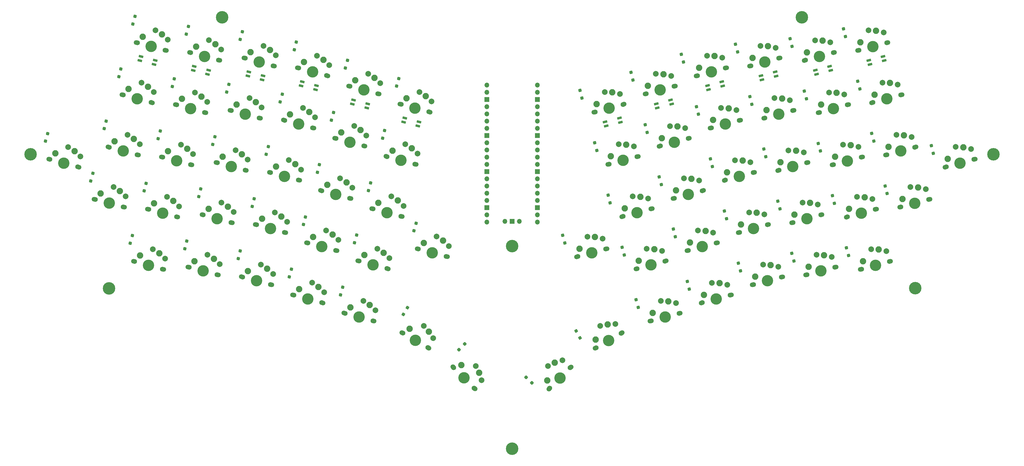
<source format=gbs>
G04 #@! TF.GenerationSoftware,KiCad,Pcbnew,8.0.2*
G04 #@! TF.CreationDate,2024-05-24T22:26:47+01:00*
G04 #@! TF.ProjectId,Phoenixia3,50686f65-6e69-4786-9961-332e6b696361,1*
G04 #@! TF.SameCoordinates,Original*
G04 #@! TF.FileFunction,Soldermask,Bot*
G04 #@! TF.FilePolarity,Negative*
%FSLAX46Y46*%
G04 Gerber Fmt 4.6, Leading zero omitted, Abs format (unit mm)*
G04 Created by KiCad (PCBNEW 8.0.2) date 2024-05-24 22:26:47*
%MOMM*%
%LPD*%
G01*
G04 APERTURE LIST*
G04 Aperture macros list*
%AMRoundRect*
0 Rectangle with rounded corners*
0 $1 Rounding radius*
0 $2 $3 $4 $5 $6 $7 $8 $9 X,Y pos of 4 corners*
0 Add a 4 corners polygon primitive as box body*
4,1,4,$2,$3,$4,$5,$6,$7,$8,$9,$2,$3,0*
0 Add four circle primitives for the rounded corners*
1,1,$1+$1,$2,$3*
1,1,$1+$1,$4,$5*
1,1,$1+$1,$6,$7*
1,1,$1+$1,$8,$9*
0 Add four rect primitives between the rounded corners*
20,1,$1+$1,$2,$3,$4,$5,0*
20,1,$1+$1,$4,$5,$6,$7,0*
20,1,$1+$1,$6,$7,$8,$9,0*
20,1,$1+$1,$8,$9,$2,$3,0*%
%AMHorizOval*
0 Thick line with rounded ends*
0 $1 width*
0 $2 $3 position (X,Y) of the first rounded end (center of the circle)*
0 $4 $5 position (X,Y) of the second rounded end (center of the circle)*
0 Add line between two ends*
20,1,$1,$2,$3,$4,$5,0*
0 Add two circle primitives to create the rounded ends*
1,1,$1,$2,$3*
1,1,$1,$4,$5*%
G04 Aperture macros list end*
%ADD10C,1.700000*%
%ADD11C,1.750000*%
%ADD12C,4.000000*%
%ADD13C,2.250000*%
%ADD14C,2.000000*%
%ADD15HorizOval,2.250000X0.000000X0.000000X0.000000X0.000000X0*%
%ADD16HorizOval,2.250000X0.000000X0.000000X0.000000X0.000000X0*%
%ADD17RoundRect,0.082000X0.608642X-0.502656X0.778427X0.130992X-0.608642X0.502656X-0.778427X-0.130992X0*%
%ADD18RoundRect,0.082000X0.778427X-0.130992X0.608642X0.502656X-0.778427X0.130992X-0.608642X-0.502656X0*%
%ADD19C,4.400000*%
%ADD20HorizOval,2.250000X0.000000X0.000000X0.000000X0.000000X0*%
%ADD21HorizOval,2.250000X0.000000X0.000000X0.000000X0.000000X0*%
%ADD22O,1.700000X1.700000*%
%ADD23R,1.700000X1.700000*%
%ADD24HorizOval,2.250000X0.000000X0.000000X0.000000X0.000000X0*%
%ADD25HorizOval,2.250000X0.000000X0.000000X0.000000X0.000000X0*%
%ADD26RoundRect,0.250000X-0.212132X0.367423X-0.367423X-0.212132X0.212132X-0.367423X0.367423X0.212132X0*%
%ADD27RoundRect,0.250000X-0.367423X0.212132X-0.212132X-0.367423X0.367423X-0.212132X0.212132X0.367423X0*%
%ADD28RoundRect,0.250000X-0.409808X0.109808X-0.109808X-0.409808X0.409808X-0.109808X0.109808X0.409808X0*%
%ADD29RoundRect,0.250000X-0.424264X0.000000X0.000000X-0.424264X0.424264X0.000000X0.000000X0.424264X0*%
%ADD30RoundRect,0.250000X-0.109808X0.409808X-0.409808X-0.109808X0.109808X-0.409808X0.409808X0.109808X0*%
%ADD31RoundRect,0.250000X0.000000X0.424264X-0.424264X0.000000X0.000000X-0.424264X0.424264X0.000000X0*%
G04 APERTURE END LIST*
D10*
X230100273Y-167114780D03*
D11*
X230505964Y-167006076D03*
D12*
X235412863Y-165691276D03*
D11*
X240319770Y-164376474D03*
D10*
X240725451Y-164267772D03*
D13*
X236551516Y-160126972D03*
D14*
X239258980Y-160726665D03*
D15*
X231075288Y-164223926D03*
D14*
X233885834Y-159992314D03*
D10*
X79112799Y-150283346D03*
D11*
X79518489Y-150392051D03*
D12*
X84425389Y-151706850D03*
D11*
X89332296Y-153021652D03*
D10*
X89737976Y-153130355D03*
D13*
X88193643Y-147457348D03*
D14*
X90238530Y-149330429D03*
D16*
X81402613Y-148267298D03*
D14*
X85952424Y-146007889D03*
D10*
X324965938Y-153132306D03*
D11*
X325371629Y-153023602D03*
D12*
X330278528Y-151708802D03*
D11*
X335185435Y-150394000D03*
D10*
X335591116Y-150285298D03*
D13*
X331417181Y-146144498D03*
D14*
X334124645Y-146744191D03*
D15*
X325940953Y-150241452D03*
D14*
X328751499Y-146009840D03*
D10*
X241109786Y-134566556D03*
D11*
X241515477Y-134457852D03*
D12*
X246422376Y-133143052D03*
D11*
X251329283Y-131828250D03*
D10*
X251734964Y-131719548D03*
D13*
X247561029Y-127578748D03*
D14*
X250268493Y-128178441D03*
D15*
X242084801Y-131675702D03*
D14*
X244895347Y-127444090D03*
D10*
X315104927Y-116330536D03*
D11*
X315510618Y-116221832D03*
D12*
X320417517Y-114907032D03*
D11*
X325324424Y-113592230D03*
D10*
X325730105Y-113483528D03*
D13*
X321556170Y-109342728D03*
D14*
X324263634Y-109942421D03*
D15*
X316079942Y-113439682D03*
D14*
X318890488Y-109208070D03*
D10*
X310706671Y-173519549D03*
D11*
X311112362Y-173410845D03*
D12*
X316019261Y-172096045D03*
D11*
X320926168Y-170781243D03*
D10*
X321331849Y-170672541D03*
D13*
X317157914Y-166531741D03*
D14*
X319865378Y-167131434D03*
D15*
X311681686Y-170628695D03*
D14*
X314492232Y-166397083D03*
D10*
X84043304Y-131882451D03*
D11*
X84448994Y-131991156D03*
D12*
X89355894Y-133305955D03*
D11*
X94262801Y-134620757D03*
D10*
X94668481Y-134729460D03*
D13*
X93124148Y-129056453D03*
D14*
X95169035Y-130929534D03*
D16*
X86333118Y-129866403D03*
D14*
X90882929Y-127606994D03*
D10*
X70184360Y-110001208D03*
D11*
X70590049Y-110109913D03*
D12*
X75496950Y-111424712D03*
D11*
X80403857Y-112739514D03*
D10*
X80809540Y-112848217D03*
D13*
X79265204Y-107175210D03*
D14*
X81310090Y-109048291D03*
D16*
X72474174Y-107985162D03*
D14*
X77023985Y-105725751D03*
D10*
X103251913Y-133847570D03*
D11*
X103657603Y-133956275D03*
D12*
X108564503Y-135271074D03*
D11*
X113471410Y-136585876D03*
D10*
X113877090Y-136694579D03*
D13*
X112332757Y-131021572D03*
D14*
X114377644Y-132894653D03*
D16*
X105541727Y-131831522D03*
D14*
X110091538Y-129572113D03*
D10*
X75124283Y-91589693D03*
D11*
X75529972Y-91698398D03*
D12*
X80436873Y-93013197D03*
D11*
X85343780Y-94327999D03*
D10*
X85749463Y-94436702D03*
D13*
X84205127Y-88763695D03*
D17*
X81435831Y-99311351D03*
D14*
X86250013Y-90636776D03*
D16*
X77414097Y-89573648D03*
D14*
X81963908Y-87314236D03*
D17*
X81824060Y-97862462D03*
X76801246Y-96516602D03*
X76413017Y-97965492D03*
D10*
X328963882Y-94449285D03*
D11*
X329369573Y-94340581D03*
D12*
X334276472Y-93025781D03*
D11*
X339183379Y-91710979D03*
D10*
X339589062Y-91602275D03*
D13*
X335415125Y-87461477D03*
D18*
X338290674Y-97980665D03*
D14*
X338122589Y-88061170D03*
D15*
X329938897Y-91558431D03*
D14*
X332749443Y-87326819D03*
D18*
X337902444Y-96531778D03*
X332879630Y-97877634D03*
X333267858Y-99326522D03*
D10*
X112167395Y-174129012D03*
D11*
X112573085Y-174237717D03*
D12*
X117479985Y-175552516D03*
D11*
X122386892Y-176867318D03*
D10*
X122792572Y-176976021D03*
D13*
X121248239Y-171303014D03*
D14*
X123293126Y-173176095D03*
D16*
X114457209Y-172112964D03*
D14*
X119007020Y-169853555D03*
D10*
X140044267Y-143719198D03*
D11*
X140449957Y-143827903D03*
D12*
X145356857Y-145142702D03*
D11*
X150263764Y-146457504D03*
D10*
X150669444Y-146566207D03*
D13*
X149125111Y-140893200D03*
D14*
X151169998Y-142766281D03*
D16*
X142334081Y-141703150D03*
D14*
X146883892Y-139443741D03*
D10*
X236179287Y-116165679D03*
D11*
X236584978Y-116056975D03*
D12*
X241491877Y-114742175D03*
D11*
X246398784Y-113427373D03*
D10*
X246804467Y-113318669D03*
D13*
X242630530Y-109177871D03*
D18*
X245506079Y-119697059D03*
D14*
X245337994Y-109777564D03*
D15*
X237154302Y-113274825D03*
D14*
X239964848Y-109043213D03*
D18*
X245117849Y-118248172D03*
X240095035Y-119594028D03*
X240483263Y-121042916D03*
D10*
X310171586Y-97943560D03*
D11*
X310577277Y-97834856D03*
D12*
X315484176Y-96520056D03*
D11*
X320391083Y-95205254D03*
D10*
X320796766Y-95096550D03*
D13*
X316622829Y-90955752D03*
D18*
X319498378Y-101474940D03*
D14*
X319330293Y-91555445D03*
D15*
X311146601Y-95052706D03*
D14*
X313957147Y-90821094D03*
D18*
X319110148Y-100026053D03*
X314087334Y-101371909D03*
X314475562Y-102820797D03*
D19*
X65583559Y-178193861D03*
D10*
X333894387Y-112850171D03*
D11*
X334300078Y-112741467D03*
D12*
X339206977Y-111426667D03*
D11*
X344113884Y-110111865D03*
D10*
X344519565Y-110003163D03*
D13*
X340345630Y-105862363D03*
D14*
X343053094Y-106462056D03*
D15*
X334869402Y-109959317D03*
D14*
X337679948Y-105727705D03*
D10*
X135123179Y-162109454D03*
D11*
X135528869Y-162218159D03*
D12*
X140435769Y-163532958D03*
D11*
X145342676Y-164847760D03*
D10*
X145748356Y-164956463D03*
D13*
X144204023Y-159283456D03*
D14*
X146248910Y-161156537D03*
D16*
X137412993Y-160093406D03*
D14*
X141962804Y-157833997D03*
D10*
X186549840Y-205869164D03*
D11*
X186846826Y-206166150D03*
D12*
X190438926Y-209758250D03*
D11*
X194031031Y-213350355D03*
D10*
X194328010Y-213647336D03*
D13*
X195827081Y-207962200D03*
D14*
X196661466Y-210606778D03*
D20*
X189540901Y-205268124D03*
D14*
X194610858Y-205586322D03*
D10*
X273904899Y-183380562D03*
D11*
X274310590Y-183271858D03*
D12*
X279217489Y-181957058D03*
D11*
X284124396Y-180642256D03*
D10*
X284530077Y-180533554D03*
D13*
X280356142Y-176392754D03*
D14*
X283063606Y-176992447D03*
D15*
X274879914Y-180489708D03*
D14*
X277690460Y-176258096D03*
D10*
X359689314Y-135528704D03*
D11*
X360095005Y-135420000D03*
D12*
X365001904Y-134105200D03*
D11*
X369908811Y-132790398D03*
D10*
X370314492Y-132681696D03*
D13*
X366140557Y-128540896D03*
D14*
X368848021Y-129140589D03*
D15*
X360664329Y-132637850D03*
D14*
X363474875Y-128406238D03*
D10*
X158060134Y-150111142D03*
D11*
X158465824Y-150219847D03*
D12*
X163372724Y-151534646D03*
D11*
X168279631Y-152849448D03*
D10*
X168685311Y-152958151D03*
D13*
X167140978Y-147285144D03*
D14*
X169185865Y-149158225D03*
D16*
X160349948Y-148095094D03*
D14*
X164899759Y-145835685D03*
D10*
X259113389Y-128177901D03*
D11*
X259519080Y-128069197D03*
D12*
X264425979Y-126754397D03*
D11*
X269332886Y-125439595D03*
D10*
X269738567Y-125330893D03*
D13*
X265564632Y-121190093D03*
D14*
X268272096Y-121789786D03*
D15*
X260088404Y-125287047D03*
D14*
X262898950Y-121055435D03*
D10*
X268977246Y-164965763D03*
D11*
X269382937Y-164857059D03*
D12*
X274289836Y-163542259D03*
D11*
X279196743Y-162227457D03*
D10*
X279602424Y-162118755D03*
D13*
X275428489Y-157977955D03*
D14*
X278135953Y-158577648D03*
D15*
X269952261Y-162074909D03*
D14*
X272762807Y-157843297D03*
D10*
X246040289Y-152967447D03*
D11*
X246445980Y-152858743D03*
D12*
X251352879Y-151543943D03*
D11*
X256259786Y-150229141D03*
D10*
X256665467Y-150120439D03*
D13*
X252491532Y-145979639D03*
D14*
X255198996Y-146579332D03*
D15*
X247015304Y-150076593D03*
D14*
X249825850Y-145844981D03*
D10*
X144984189Y-125307686D03*
D11*
X145389879Y-125416391D03*
D12*
X150296779Y-126731190D03*
D11*
X155203686Y-128045992D03*
D10*
X155609366Y-128154695D03*
D13*
X154065033Y-122481688D03*
D14*
X156109920Y-124354769D03*
D16*
X147274003Y-123291638D03*
D14*
X151823814Y-121032229D03*
D10*
X174004285Y-164246626D03*
D11*
X174409975Y-164355331D03*
D12*
X179316875Y-165670130D03*
D11*
X184223782Y-166984932D03*
D10*
X184629462Y-167093635D03*
D13*
X183085129Y-161420628D03*
D14*
X185130016Y-163293709D03*
D16*
X176294099Y-162230578D03*
D14*
X180843910Y-159971169D03*
D10*
X162990639Y-131710260D03*
D11*
X163396329Y-131818965D03*
D12*
X168303229Y-133133764D03*
D11*
X173210136Y-134448566D03*
D10*
X173615816Y-134557269D03*
D13*
X172071483Y-128884262D03*
D14*
X174116370Y-130757343D03*
D16*
X165280453Y-129694212D03*
D14*
X169830264Y-127434803D03*
D10*
X286980841Y-158577096D03*
D11*
X287386532Y-158468392D03*
D12*
X292293431Y-157153592D03*
D11*
X297200338Y-155838790D03*
D10*
X297606019Y-155730088D03*
D13*
X293432084Y-151589288D03*
D14*
X296139548Y-152188981D03*
D15*
X287955856Y-155686242D03*
D14*
X290766402Y-151454630D03*
D10*
X291908500Y-176991897D03*
D11*
X292314191Y-176883193D03*
D12*
X297221090Y-175568393D03*
D11*
X302127997Y-174253591D03*
D10*
X302533678Y-174144889D03*
D13*
X298359743Y-170004089D03*
D14*
X301067207Y-170603782D03*
D15*
X292883515Y-174101043D03*
D14*
X295694061Y-169869431D03*
D10*
X168615920Y-193815568D03*
D11*
X168979652Y-194025569D03*
D12*
X173379058Y-196565567D03*
D11*
X177778470Y-199105569D03*
D10*
X178142193Y-199315566D03*
D13*
X178118764Y-193436159D03*
D14*
X179609184Y-195774672D03*
D21*
X171349502Y-192460864D03*
D14*
X176329060Y-191456019D03*
D10*
X250967954Y-171382249D03*
D11*
X251373645Y-171273545D03*
D12*
X256280544Y-169958745D03*
D11*
X261187451Y-168643943D03*
D10*
X261593132Y-168535241D03*
D13*
X257419197Y-164394441D03*
D14*
X260126661Y-164994134D03*
D15*
X251942969Y-168491395D03*
D14*
X254753515Y-164259783D03*
D10*
X148199131Y-186912918D03*
D11*
X148604821Y-187021623D03*
D12*
X153511721Y-188336422D03*
D11*
X158418628Y-189651224D03*
D10*
X158824308Y-189759927D03*
D13*
X157279975Y-184086920D03*
D14*
X159324862Y-185960001D03*
D16*
X150488945Y-184896870D03*
D14*
X155038756Y-182637461D03*
D10*
X277119842Y-121775328D03*
D11*
X277525533Y-121666624D03*
D12*
X282432432Y-120351824D03*
D11*
X287339339Y-119037022D03*
D10*
X287745020Y-118928320D03*
D13*
X283571085Y-114787520D03*
D14*
X286278549Y-115387213D03*
D15*
X278094857Y-118884474D03*
D14*
X280905403Y-114652862D03*
D10*
X108173000Y-115457300D03*
D11*
X108578690Y-115566005D03*
D12*
X113485590Y-116880804D03*
D11*
X118392497Y-118195606D03*
D10*
X118798177Y-118304309D03*
D13*
X117253844Y-112631302D03*
D14*
X119298731Y-114504383D03*
D16*
X110462814Y-113441252D03*
D14*
X115012625Y-111181843D03*
D10*
X149914693Y-106906801D03*
D11*
X150320383Y-107015506D03*
D12*
X155227283Y-108330305D03*
D11*
X160134190Y-109645107D03*
D10*
X160539874Y-109753807D03*
D13*
X158995537Y-104080803D03*
D17*
X156226242Y-114628460D03*
D14*
X161040423Y-105953884D03*
D16*
X152204507Y-104890755D03*
D14*
X156754318Y-102631344D03*
D17*
X156614468Y-113179574D03*
X151591654Y-111833713D03*
X151203427Y-113282600D03*
D10*
X74182297Y-168684225D03*
D11*
X74587987Y-168792930D03*
D12*
X79494887Y-170107729D03*
D11*
X84401794Y-171422531D03*
D10*
X84807474Y-171531234D03*
D13*
X83263141Y-165858227D03*
D14*
X85308028Y-167731308D03*
D16*
X76472111Y-166668177D03*
D14*
X81021922Y-164408768D03*
D10*
X343755394Y-149651950D03*
D11*
X344161085Y-149543246D03*
D12*
X349067984Y-148228446D03*
D11*
X353974891Y-146913644D03*
D10*
X354380572Y-146804942D03*
D13*
X350206637Y-142664142D03*
D14*
X352914101Y-143263835D03*
D15*
X344730409Y-146761096D03*
D14*
X347540955Y-142529484D03*
D19*
X207383559Y-234693862D03*
D10*
X320032586Y-134745328D03*
D11*
X320438277Y-134636624D03*
D12*
X325345176Y-133321824D03*
D11*
X330252083Y-132007022D03*
D10*
X330657764Y-131898320D03*
D13*
X326483829Y-127757520D03*
D14*
X329191293Y-128357213D03*
D15*
X321007601Y-131854474D03*
D14*
X323818147Y-127622862D03*
D10*
X117097895Y-155728132D03*
D11*
X117503585Y-155836837D03*
D12*
X122410485Y-157151636D03*
D11*
X127317392Y-158466438D03*
D10*
X127723072Y-158575141D03*
D13*
X126178739Y-152902134D03*
D14*
X128223626Y-154775215D03*
D16*
X119387709Y-153712084D03*
D14*
X123937520Y-151452675D03*
D10*
X113103496Y-97056420D03*
D11*
X113509186Y-97165125D03*
D12*
X118416086Y-98479924D03*
D11*
X123322993Y-99794726D03*
D10*
X123728677Y-99903426D03*
D13*
X122184340Y-94230422D03*
D17*
X119415045Y-104778079D03*
D14*
X124229226Y-96103503D03*
D16*
X115393310Y-95040374D03*
D14*
X119943121Y-92780963D03*
D17*
X119803271Y-103329193D03*
X114780457Y-101983332D03*
X114392230Y-103432219D03*
D10*
X338824885Y-131251063D03*
D11*
X339230576Y-131142359D03*
D12*
X344137475Y-129827559D03*
D11*
X349044382Y-128512757D03*
D10*
X349450063Y-128404055D03*
D13*
X345276128Y-124263255D03*
D14*
X347983592Y-124862948D03*
D15*
X339799900Y-128360209D03*
D14*
X342610446Y-124128597D03*
D10*
X130183264Y-180520969D03*
D11*
X130588954Y-180629674D03*
D12*
X135495854Y-181944473D03*
D11*
X140402761Y-183259275D03*
D10*
X140808441Y-183367978D03*
D13*
X139264108Y-177694971D03*
D14*
X141308995Y-179568052D03*
D16*
X132473078Y-178504921D03*
D14*
X137022889Y-176245512D03*
D10*
X254185734Y-109763100D03*
D11*
X254591425Y-109654396D03*
D12*
X259498324Y-108339596D03*
D11*
X264405231Y-107024794D03*
D10*
X264810914Y-106916090D03*
D13*
X260636977Y-102775292D03*
D18*
X263512526Y-113294480D03*
D14*
X263344441Y-103374985D03*
D15*
X255160749Y-106872246D03*
D14*
X257971295Y-102640634D03*
D18*
X263124296Y-111845593D03*
X258101482Y-113191449D03*
X258489710Y-114640337D03*
D10*
X329896447Y-171533194D03*
D11*
X330302138Y-171424490D03*
D12*
X335209037Y-170109690D03*
D11*
X340115944Y-168794888D03*
D10*
X340521625Y-168686186D03*
D13*
X336347690Y-164545386D03*
D14*
X339055154Y-165145079D03*
D15*
X330871462Y-168642340D03*
D14*
X333682008Y-164410728D03*
D19*
X105408558Y-82718861D03*
D10*
X126968329Y-118915735D03*
D11*
X127374019Y-119024440D03*
D12*
X132280919Y-120339239D03*
D11*
X137187826Y-121654041D03*
D10*
X137593506Y-121762744D03*
D13*
X136049173Y-116089737D03*
D14*
X138094060Y-117962818D03*
D16*
X129258143Y-116899687D03*
D14*
X133807954Y-114640278D03*
D22*
X198471786Y-106571163D03*
X198471787Y-109111162D03*
D23*
X198471788Y-111651163D03*
D22*
X198471785Y-114191162D03*
X198471786Y-116731161D03*
X198471786Y-119271164D03*
X198471785Y-121811163D03*
D23*
X198471785Y-124351165D03*
D22*
X198471786Y-126891163D03*
X198471787Y-129431163D03*
X198471787Y-131971163D03*
X198471786Y-134511163D03*
D23*
X198471787Y-137051162D03*
D22*
X198471786Y-139591164D03*
X198471787Y-142131164D03*
X198471785Y-144671163D03*
X198471786Y-147211163D03*
D23*
X198471786Y-149751162D03*
D22*
X198471787Y-152291163D03*
X198471786Y-154831163D03*
X216251786Y-154831163D03*
X216251785Y-152291164D03*
D23*
X216251784Y-149751163D03*
D22*
X216251787Y-147211164D03*
X216251786Y-144671165D03*
X216251786Y-142131162D03*
X216251787Y-139591163D03*
D23*
X216251787Y-137051161D03*
D22*
X216251786Y-134511163D03*
X216251785Y-131971163D03*
X216251785Y-129431163D03*
X216251786Y-126891163D03*
D23*
X216251785Y-124351164D03*
D22*
X216251786Y-121811162D03*
X216251785Y-119271162D03*
X216251787Y-116731163D03*
X216251786Y-114191163D03*
D23*
X216251786Y-111651164D03*
D22*
X216251785Y-109111163D03*
X216251786Y-106571163D03*
X204821784Y-154601164D03*
D23*
X207361786Y-154601163D03*
D22*
X209901784Y-154601164D03*
D10*
X290987512Y-99902098D03*
D11*
X291393203Y-99793394D03*
D12*
X296300102Y-98478594D03*
D11*
X301207009Y-97163792D03*
D10*
X301612692Y-97055088D03*
D13*
X297438755Y-92914290D03*
D18*
X300314304Y-103433478D03*
D14*
X300146219Y-93513983D03*
D15*
X291962527Y-97011244D03*
D14*
X294773073Y-92779632D03*
D18*
X299926074Y-101984591D03*
X294903260Y-103330447D03*
X295291488Y-104779335D03*
D10*
X93381487Y-170659966D03*
D11*
X93787177Y-170768671D03*
D12*
X98694077Y-172083470D03*
D11*
X103600984Y-173398272D03*
D10*
X104006664Y-173506975D03*
D13*
X102462331Y-167833968D03*
D14*
X104507218Y-169707049D03*
D16*
X95671301Y-168643918D03*
D14*
X100221112Y-166384509D03*
D19*
X38006578Y-130997048D03*
D10*
X300845668Y-136717782D03*
D11*
X301251359Y-136609078D03*
D12*
X306158258Y-135294278D03*
D11*
X311065165Y-133979476D03*
D10*
X311470846Y-133870774D03*
D13*
X307296911Y-129729974D03*
D14*
X310004375Y-130329667D03*
D15*
X301820683Y-133826928D03*
D14*
X304631229Y-129595316D03*
D10*
X122028407Y-137327245D03*
D11*
X122434097Y-137435950D03*
D12*
X127340997Y-138750749D03*
D11*
X132247904Y-140065551D03*
D10*
X132653584Y-140174254D03*
D13*
X131109251Y-134501247D03*
D14*
X133154138Y-136374328D03*
D16*
X124318221Y-135311197D03*
D14*
X128868032Y-133051788D03*
D10*
X44383654Y-132687200D03*
D11*
X44789344Y-132795905D03*
D12*
X49696244Y-134110704D03*
D11*
X54603151Y-135425506D03*
D10*
X55008831Y-135534209D03*
D13*
X53464498Y-129861202D03*
D14*
X55509385Y-131734283D03*
D16*
X46673468Y-130671152D03*
D14*
X51223279Y-128411743D03*
D10*
X65253858Y-128402095D03*
D11*
X65659548Y-128510800D03*
D12*
X70566448Y-129825599D03*
D11*
X75473355Y-131140401D03*
D10*
X75879035Y-131249104D03*
D13*
X74334702Y-125576097D03*
D14*
X76379589Y-127449178D03*
D16*
X67543672Y-126386047D03*
D14*
X72093483Y-124126638D03*
D10*
X60332776Y-146792355D03*
D11*
X60738466Y-146901060D03*
D12*
X65645366Y-148215859D03*
D11*
X70552273Y-149530661D03*
D10*
X70957953Y-149639364D03*
D13*
X69413620Y-143966357D03*
D14*
X71458507Y-145839438D03*
D16*
X62622590Y-144776307D03*
D14*
X67172401Y-142516898D03*
D10*
X255901299Y-189769221D03*
D11*
X256306990Y-189660517D03*
D12*
X261213889Y-188345717D03*
D11*
X266120796Y-187030915D03*
D10*
X266526477Y-186922213D03*
D13*
X262352542Y-182781413D03*
D14*
X265060006Y-183381106D03*
D15*
X256876314Y-186878367D03*
D14*
X259686860Y-182646755D03*
D10*
X98311984Y-152259079D03*
D11*
X98717674Y-152367784D03*
D12*
X103624574Y-153682583D03*
D11*
X108531481Y-154997385D03*
D10*
X108937161Y-155106088D03*
D13*
X107392828Y-149433081D03*
D14*
X109437715Y-151306162D03*
D16*
X100601798Y-150243031D03*
D14*
X105151609Y-147983622D03*
D10*
X153129638Y-168512030D03*
D11*
X153535328Y-168620735D03*
D12*
X158442228Y-169935534D03*
D11*
X163349135Y-171250336D03*
D10*
X163754815Y-171359039D03*
D13*
X162210482Y-165686032D03*
D14*
X164255369Y-167559113D03*
D16*
X155419452Y-166495982D03*
D14*
X159969263Y-164236573D03*
D10*
X305779014Y-155104761D03*
D11*
X306184705Y-154996057D03*
D12*
X311091604Y-153681257D03*
D11*
X315998511Y-152366455D03*
D10*
X316404192Y-152257753D03*
D13*
X312230257Y-148116953D03*
D14*
X314937721Y-148716646D03*
D15*
X306754029Y-152213907D03*
D14*
X309564575Y-147982295D03*
D10*
X264043899Y-146578788D03*
D11*
X264449590Y-146470084D03*
D12*
X269356489Y-145155284D03*
D11*
X274263396Y-143840482D03*
D10*
X274669077Y-143731780D03*
D13*
X270495142Y-139590980D03*
D14*
X273202606Y-140190673D03*
D15*
X265018914Y-143687934D03*
D14*
X267829460Y-139456322D03*
D10*
X295918015Y-118302991D03*
D11*
X296323706Y-118194287D03*
D12*
X301230605Y-116879487D03*
D11*
X306137512Y-115564685D03*
D10*
X306543193Y-115455983D03*
D13*
X302369258Y-111315183D03*
D14*
X305076722Y-111914876D03*
D15*
X296893030Y-115412137D03*
D14*
X299703576Y-111180525D03*
D10*
X88973810Y-113481567D03*
D11*
X89379500Y-113590272D03*
D12*
X94286400Y-114905071D03*
D11*
X99193307Y-116219873D03*
D10*
X99598987Y-116328576D03*
D13*
X98054654Y-110655569D03*
D14*
X100099541Y-112528650D03*
D16*
X91263624Y-111465519D03*
D14*
X95813435Y-109206110D03*
D19*
X207358558Y-163318861D03*
D10*
X167921142Y-113309370D03*
D11*
X168326832Y-113418075D03*
D12*
X173233732Y-114732874D03*
D11*
X178140639Y-116047676D03*
D10*
X178546323Y-116156376D03*
D13*
X177001986Y-110483372D03*
D17*
X174232691Y-121031029D03*
D14*
X179046872Y-112356453D03*
D16*
X170210956Y-111293324D03*
D14*
X174760767Y-109033913D03*
D17*
X174620917Y-119582143D03*
X169598103Y-118236282D03*
X169209876Y-119685169D03*
D10*
X93913732Y-95070058D03*
D11*
X94319422Y-95178763D03*
D12*
X99226322Y-96493562D03*
D11*
X104133229Y-97808364D03*
D10*
X104538913Y-97917064D03*
D13*
X102994576Y-92244060D03*
D17*
X100225281Y-102791717D03*
D14*
X105039462Y-94117141D03*
D16*
X96203546Y-93054012D03*
D14*
X100753357Y-90794601D03*
D17*
X100613507Y-101342831D03*
X95590693Y-99996970D03*
X95202466Y-101445857D03*
D10*
X272189331Y-103374440D03*
D11*
X272595022Y-103265736D03*
D12*
X277501921Y-101950936D03*
D11*
X282408828Y-100636134D03*
D10*
X282814511Y-100527430D03*
D13*
X278640574Y-96386632D03*
D18*
X281516123Y-106905820D03*
D14*
X281348038Y-96986325D03*
D15*
X273164346Y-100483586D03*
D14*
X275974892Y-96251974D03*
D18*
X281127893Y-105456933D03*
X276105079Y-106802789D03*
X276493307Y-108251677D03*
D10*
X220323172Y-213676860D03*
D11*
X220620158Y-213379874D03*
D12*
X224212258Y-209787774D03*
D11*
X227804363Y-206195669D03*
D10*
X228101344Y-205898690D03*
D13*
X222416208Y-204399619D03*
D14*
X225060786Y-203565234D03*
D24*
X219722132Y-210685799D03*
D14*
X220040330Y-205615842D03*
D10*
X282047494Y-140190125D03*
D11*
X282453185Y-140081421D03*
D12*
X287360084Y-138766621D03*
D11*
X292266991Y-137451819D03*
D10*
X292672672Y-137343117D03*
D13*
X288498737Y-133202317D03*
D14*
X291206201Y-133802010D03*
D15*
X283022509Y-137299271D03*
D14*
X285833055Y-133067659D03*
D10*
X236568499Y-199330114D03*
D11*
X236932231Y-199120113D03*
D12*
X241331637Y-196580115D03*
D11*
X245731049Y-194040113D03*
D10*
X246094773Y-193830117D03*
D13*
X240991343Y-190910705D03*
D14*
X243761765Y-190789221D03*
D25*
X236762083Y-196285411D03*
D14*
X238381640Y-191470565D03*
D10*
X131898833Y-100514848D03*
D11*
X132304523Y-100623553D03*
D12*
X137211423Y-101938352D03*
D11*
X142118330Y-103253154D03*
D10*
X142524014Y-103361854D03*
D13*
X140979677Y-97688850D03*
D17*
X138210382Y-108236507D03*
D14*
X143024563Y-99561931D03*
D16*
X134188647Y-98498802D03*
D14*
X138738458Y-96239391D03*
D17*
X138598608Y-106787621D03*
X133575794Y-105441760D03*
X133187567Y-106890647D03*
D26*
X83606514Y-122811994D03*
X82881820Y-125516594D03*
D27*
X246089078Y-163750297D03*
X246813774Y-166454891D03*
D26*
X88537019Y-104411117D03*
X87812325Y-107115717D03*
D19*
X376753765Y-130984746D03*
D28*
X229886397Y-193246354D03*
X231286403Y-195671228D03*
D26*
X93518844Y-85915270D03*
X92794150Y-88619870D03*
D19*
X309351784Y-82706560D03*
D27*
X287010390Y-169374344D03*
X287735086Y-172078938D03*
X295944714Y-129114130D03*
X296669410Y-131818724D03*
D26*
X134676979Y-153049635D03*
X133952285Y-155754235D03*
D27*
X225213641Y-159502335D03*
X225938337Y-162206929D03*
X272216033Y-114185588D03*
X272940729Y-116890182D03*
D29*
X212346445Y-209568841D03*
X214326349Y-211548735D03*
D27*
X315131630Y-127141681D03*
X315856326Y-129846275D03*
D26*
X147759135Y-177829911D03*
X147034441Y-180534511D03*
X121591611Y-128256790D03*
X120866917Y-130961390D03*
D27*
X231234137Y-108477476D03*
X231958833Y-111182070D03*
X305180729Y-90253426D03*
X305905425Y-92958020D03*
X285993804Y-92225869D03*
X286718500Y-94930463D03*
X305803434Y-165887949D03*
X306528130Y-168592543D03*
X320062133Y-145542570D03*
X320786829Y-148247164D03*
D26*
X162544428Y-122650429D03*
X161819734Y-125355029D03*
X167492610Y-104280159D03*
X166767916Y-106984759D03*
D27*
X241158576Y-145349415D03*
X241883272Y-148054009D03*
X323970179Y-86773060D03*
X324694875Y-89477654D03*
D26*
X73761144Y-159579969D03*
X73036450Y-162284569D03*
D27*
X266950284Y-95763954D03*
X267674980Y-98468548D03*
X269021197Y-175779246D03*
X269745893Y-178483840D03*
D30*
X170550425Y-184968677D03*
X169150421Y-187393553D03*
D31*
X190694259Y-197835580D03*
X188714365Y-199815484D03*
D26*
X74729389Y-82434915D03*
X74004695Y-85139515D03*
D27*
X236451334Y-126911088D03*
X237176030Y-129615682D03*
D26*
X97844844Y-143205330D03*
X97120150Y-145909930D03*
D27*
X328990580Y-105260437D03*
X329715276Y-107965031D03*
D26*
X59871911Y-137715142D03*
X59147217Y-140419742D03*
X107736204Y-106386849D03*
X107011510Y-109091449D03*
X152683421Y-159452206D03*
X151958727Y-162156806D03*
D27*
X251036569Y-182178959D03*
X251761265Y-184883553D03*
D26*
X116661100Y-146657674D03*
X115936406Y-149362274D03*
D27*
X338606236Y-142127951D03*
X339330932Y-144832545D03*
X333921080Y-123661326D03*
X334645776Y-126365920D03*
X310201128Y-108740797D03*
X310925824Y-111445391D03*
D26*
X144537904Y-116272677D03*
X143813210Y-118977277D03*
D27*
X249192030Y-102086880D03*
X249916726Y-104791474D03*
X259142934Y-138975140D03*
X259867630Y-141679734D03*
D26*
X111746241Y-165024756D03*
X111021547Y-167729356D03*
X157613928Y-141051313D03*
X156889234Y-143755913D03*
D27*
X300875216Y-147515020D03*
X301599912Y-150219614D03*
X354858193Y-127953286D03*
X355582889Y-130657880D03*
X282077043Y-150987361D03*
X282801739Y-153691955D03*
D26*
X139607481Y-134648744D03*
X138882787Y-137353344D03*
X43965159Y-123669585D03*
X43240465Y-126374185D03*
X126522111Y-109855905D03*
X125797417Y-112560505D03*
D19*
X349176785Y-178181559D03*
D27*
X324995479Y-163929549D03*
X325720175Y-166634143D03*
D26*
X149486159Y-97877585D03*
X148761465Y-100582185D03*
X173609064Y-155249968D03*
X172884370Y-157954568D03*
D27*
X254212432Y-120574247D03*
X254937128Y-123278841D03*
X264095522Y-157347730D03*
X264820218Y-160052324D03*
X291014207Y-110713244D03*
X291738903Y-113417838D03*
D26*
X92950909Y-161566321D03*
X92226215Y-164270921D03*
X129752685Y-171427328D03*
X129027991Y-174131928D03*
D27*
X277146535Y-132586474D03*
X277871231Y-135291068D03*
D26*
X78661026Y-141196755D03*
X77936332Y-143901355D03*
X131470295Y-91485634D03*
X130745601Y-94190234D03*
X69747567Y-100930759D03*
X69022873Y-103635359D03*
X64571724Y-119265901D03*
X63847030Y-121970501D03*
X102805703Y-124787741D03*
X102081009Y-127492341D03*
X112472689Y-87825270D03*
X111747995Y-90529870D03*
M02*

</source>
